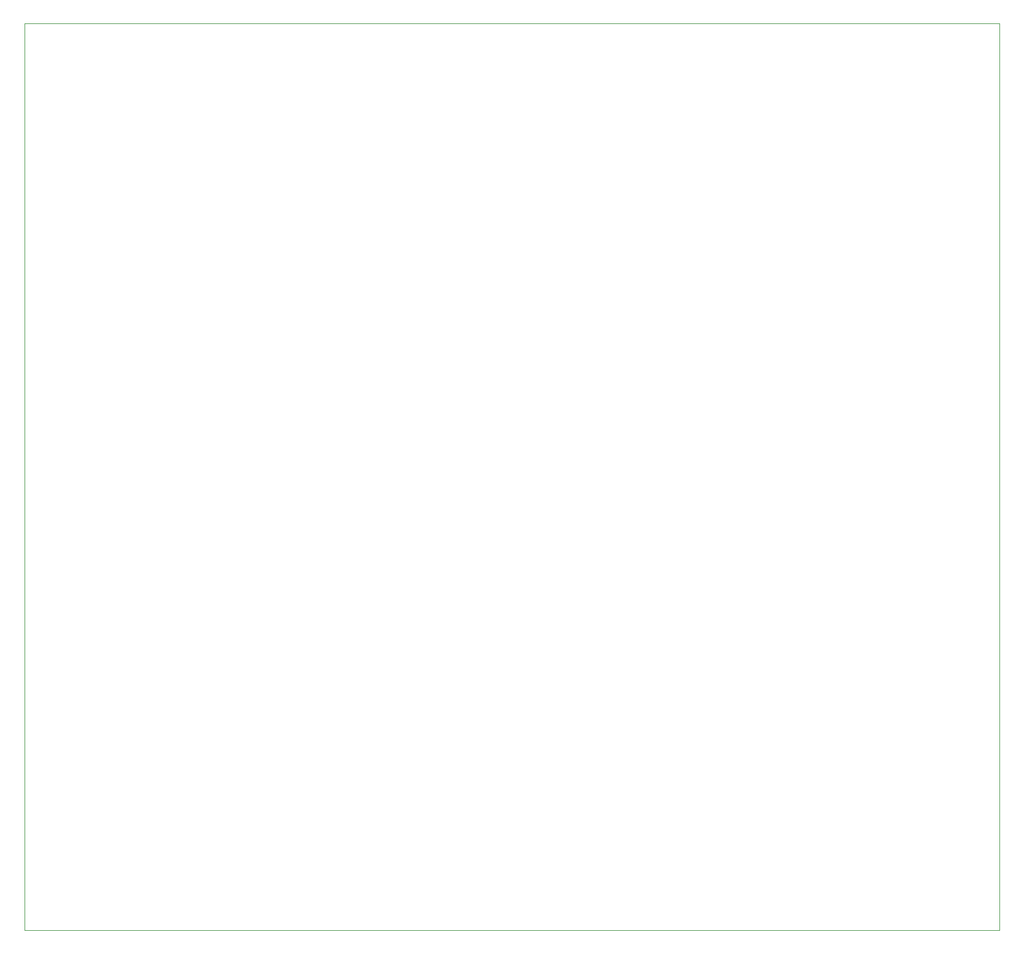
<source format=gbr>
%TF.GenerationSoftware,KiCad,Pcbnew,(6.0.7)*%
%TF.CreationDate,2022-11-30T09:47:03-03:00*%
%TF.ProjectId,E3_Gas_Leak_Safety_System,45335f47-6173-45f4-9c65-616b5f536166,rev?*%
%TF.SameCoordinates,Original*%
%TF.FileFunction,Profile,NP*%
%FSLAX46Y46*%
G04 Gerber Fmt 4.6, Leading zero omitted, Abs format (unit mm)*
G04 Created by KiCad (PCBNEW (6.0.7)) date 2022-11-30 09:47:03*
%MOMM*%
%LPD*%
G01*
G04 APERTURE LIST*
%TA.AperFunction,Profile*%
%ADD10C,0.100000*%
%TD*%
G04 APERTURE END LIST*
D10*
X38100000Y-25400000D02*
X179200000Y-25400000D01*
X179200000Y-25400000D02*
X179200000Y-156720000D01*
X179200000Y-156720000D02*
X38100000Y-156720000D01*
X38100000Y-156720000D02*
X38100000Y-25400000D01*
M02*

</source>
